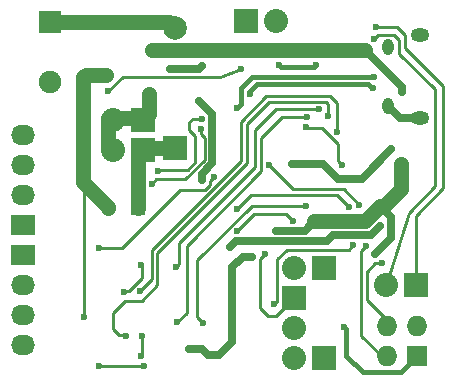
<source format=gbr>
G04 #@! TF.FileFunction,Copper,L2,Bot,Signal*
%FSLAX46Y46*%
G04 Gerber Fmt 4.6, Leading zero omitted, Abs format (unit mm)*
G04 Created by KiCad (PCBNEW 4.0.4-stable) date 10/17/16 20:17:59*
%MOMM*%
%LPD*%
G01*
G04 APERTURE LIST*
%ADD10C,0.100000*%
%ADD11R,1.727200X1.727200*%
%ADD12O,1.727200X1.727200*%
%ADD13R,2.032000X2.032000*%
%ADD14O,2.032000X2.032000*%
%ADD15C,1.300000*%
%ADD16R,1.300000X1.300000*%
%ADD17C,1.998980*%
%ADD18R,1.998980X1.998980*%
%ADD19R,1.905000X1.905000*%
%ADD20C,1.905000*%
%ADD21R,2.032000X1.727200*%
%ADD22O,2.032000X1.727200*%
%ADD23O,0.950000X1.400000*%
%ADD24O,1.550000X1.200000*%
%ADD25C,0.600000*%
%ADD26C,0.250000*%
%ADD27C,0.635000*%
%ADD28C,1.270000*%
%ADD29C,0.400000*%
G04 APERTURE END LIST*
D10*
D11*
X113795000Y-124307600D03*
D12*
X111255000Y-124307600D03*
X113795000Y-121767600D03*
X111255000Y-121767600D03*
D13*
X103378000Y-119380000D03*
D14*
X103378000Y-121920000D03*
D13*
X113706100Y-118224300D03*
D14*
X111166100Y-118224300D03*
D15*
X87670000Y-111760000D03*
D16*
X90170000Y-111760000D03*
D17*
X93342460Y-96520000D03*
D18*
X93342460Y-106680000D03*
D19*
X82753200Y-95973900D03*
D20*
X82753200Y-101053900D03*
D13*
X105918000Y-124460000D03*
D14*
X103378000Y-124460000D03*
D21*
X80444800Y-113157000D03*
D22*
X80444800Y-110617000D03*
X80444800Y-108077000D03*
X80444800Y-105537000D03*
D13*
X105918000Y-116840000D03*
D14*
X103378000Y-116840000D03*
D21*
X80444800Y-115697000D03*
D22*
X80444800Y-118237000D03*
X80444800Y-120777000D03*
X80444800Y-123317000D03*
D13*
X90604800Y-106807000D03*
D14*
X88064800Y-106807000D03*
D13*
X90604800Y-104267000D03*
D14*
X88064800Y-104267000D03*
D13*
X99339400Y-95935800D03*
D14*
X101879400Y-95935800D03*
D23*
X111340460Y-103110300D03*
X111340460Y-98110300D03*
D24*
X114040460Y-104110300D03*
X114040460Y-97110300D03*
D25*
X100965000Y-115620800D03*
X112588500Y-101955600D03*
X91328700Y-98298000D03*
X110670800Y-113271300D03*
X98008900Y-115062000D03*
X87503000Y-100457000D03*
X110248700Y-115646200D03*
X108054600Y-109296200D03*
X103261620Y-108000800D03*
X105123440Y-112872520D03*
X101886498Y-113662460D03*
X105283000Y-99631500D03*
X102108000Y-99631500D03*
X94488000Y-123698000D03*
X99822000Y-115887500D03*
X85623400Y-120980200D03*
X85572600Y-105791000D03*
X112464800Y-107982000D03*
X111623300Y-106781600D03*
X87691420Y-101833680D03*
X98918220Y-99969320D03*
X104455420Y-104861360D03*
X107462780Y-108071920D03*
X103342900Y-112852200D03*
X98542300Y-113715800D03*
X107020820Y-105272840D03*
X90376200Y-118778020D03*
X106304540Y-103946960D03*
X89202720Y-122577860D03*
X105524760Y-103398320D03*
X93401340Y-116707920D03*
X104518920Y-104061260D03*
X93508020Y-121406920D03*
X99685300Y-102095300D03*
X110061200Y-101574600D03*
X110200900Y-100622100D03*
X98580400Y-103251000D03*
X95580200Y-104190800D03*
X91871800Y-108635800D03*
X95529400Y-105079800D03*
X91389200Y-109677200D03*
X86871000Y-115087400D03*
X96599200Y-109143800D03*
X98577400Y-111785400D03*
X108051600Y-111683800D03*
X109474000Y-114960400D03*
X101295200Y-108102400D03*
X108940600Y-111506000D03*
X110820200Y-116408200D03*
X104397000Y-111544100D03*
X95697500Y-121462800D03*
X108407200Y-114884200D03*
X101727000Y-119888000D03*
X110378700Y-96428560D03*
X110134860Y-97434400D03*
X90500200Y-122605800D03*
X90474800Y-124256800D03*
X88976200Y-118872000D03*
X90449400Y-116586000D03*
X90678000Y-125095000D03*
X86918800Y-125120400D03*
X95583200Y-109347000D03*
X95380000Y-102717600D03*
X107632500Y-121793000D03*
X91122500Y-102108000D03*
X92900500Y-99949000D03*
X95631000Y-99695000D03*
D26*
X101854000Y-120904000D02*
X103378000Y-119380000D01*
X101219000Y-120904000D02*
X101854000Y-120904000D01*
X100558600Y-120243600D02*
X101219000Y-120904000D01*
X100558600Y-116027200D02*
X100558600Y-120243600D01*
X100965000Y-115620800D02*
X100558600Y-116027200D01*
D27*
X112588500Y-101523800D02*
X112588500Y-101955600D01*
X109438900Y-98374200D02*
X112588500Y-101523800D01*
D28*
X91404900Y-98374200D02*
X109438900Y-98374200D01*
D27*
X91328700Y-98298000D02*
X91404900Y-98374200D01*
X109896100Y-114046000D02*
X110670800Y-113271300D01*
X106721100Y-114046000D02*
X109896100Y-114046000D01*
X106213100Y-114554000D02*
X106721100Y-114046000D01*
X98516900Y-114554000D02*
X106213100Y-114554000D01*
X98008900Y-115062000D02*
X98516900Y-114554000D01*
D28*
X85572600Y-105791000D02*
X85572600Y-100672900D01*
X85788500Y-100457000D02*
X87503000Y-100457000D01*
X85572600Y-100672900D02*
X85788500Y-100457000D01*
X87670000Y-111760000D02*
X87670000Y-111673000D01*
X87670000Y-111673000D02*
X85572600Y-109575600D01*
X85572600Y-109575600D02*
X85572600Y-105791000D01*
D27*
X110248700Y-115646200D02*
X111633000Y-114261900D01*
X111633000Y-114261900D02*
X111633000Y-112525200D01*
X111633000Y-112525200D02*
X110689800Y-111582000D01*
D26*
X111633000Y-114261900D02*
X111633000Y-112525200D01*
X111633000Y-112525200D02*
X110689800Y-111582000D01*
X108054600Y-109296200D02*
X108054600Y-109258100D01*
X108054600Y-109258100D02*
X108054600Y-109296200D01*
X108054600Y-109296200D02*
X108054600Y-109258100D01*
D27*
X103261620Y-108000800D02*
X103289560Y-107972860D01*
X103289560Y-107972860D02*
X105860040Y-107972860D01*
X105860040Y-107972860D02*
X107145280Y-109258100D01*
D28*
X105123440Y-112872520D02*
X109399280Y-112872520D01*
X109399280Y-112872520D02*
X110689800Y-111582000D01*
X110689800Y-111582000D02*
X111014800Y-111582000D01*
X111014800Y-111582000D02*
X112464800Y-110132000D01*
X112464800Y-110132000D02*
X112464800Y-107982000D01*
D27*
X104300480Y-113695480D02*
X105123440Y-112872520D01*
X101919518Y-113695480D02*
X104300480Y-113695480D01*
X101886498Y-113662460D02*
X101919518Y-113695480D01*
D29*
X105283000Y-99631500D02*
X105092500Y-99822000D01*
X105092500Y-99822000D02*
X102298500Y-99822000D01*
X102298500Y-99822000D02*
X102108000Y-99631500D01*
D27*
X95631000Y-123698000D02*
X94488000Y-123698000D01*
X96139000Y-124206000D02*
X95631000Y-123698000D01*
X97028000Y-124206000D02*
X96139000Y-124206000D01*
X98171000Y-123063000D02*
X97028000Y-124206000D01*
X98171000Y-116713000D02*
X98171000Y-123063000D01*
X99060000Y-115887500D02*
X98171000Y-116713000D01*
X99822000Y-115887500D02*
X99060000Y-115887500D01*
D26*
X85623400Y-105841800D02*
X85623400Y-120980200D01*
X85572600Y-105791000D02*
X85623400Y-105841800D01*
D27*
X107145280Y-109258100D02*
X108054600Y-109258100D01*
X108054600Y-109258100D02*
X109146800Y-109258100D01*
X109146800Y-109258100D02*
X111623300Y-106781600D01*
X114040460Y-104110300D02*
X112340460Y-104110300D01*
X112340460Y-104110300D02*
X111340460Y-103110300D01*
D28*
X90170000Y-106680000D02*
X93342460Y-106680000D01*
X90170000Y-111760000D02*
X90170000Y-106680000D01*
X82753200Y-95973900D02*
X92796360Y-95973900D01*
X92796360Y-95973900D02*
X93342460Y-96520000D01*
D26*
X87691420Y-101833680D02*
X88910620Y-100614480D01*
X88910620Y-100614480D02*
X93726460Y-100614480D01*
X93726460Y-100614480D02*
X97155000Y-100647500D01*
X97155000Y-100647500D02*
X98918220Y-99969320D01*
X104455420Y-104861360D02*
X104557020Y-104962960D01*
X104557020Y-104962960D02*
X105796540Y-104962960D01*
X105796540Y-104962960D02*
X107157980Y-106324400D01*
X107157980Y-106324400D02*
X107157980Y-107767120D01*
X107157980Y-107767120D02*
X107462780Y-108071920D01*
X102733300Y-112242600D02*
X103342900Y-112852200D01*
X100015500Y-112242600D02*
X102733300Y-112242600D01*
X98542300Y-113715800D02*
X100015500Y-112242600D01*
X107020820Y-102816660D02*
X107020820Y-105272840D01*
X106477260Y-102273100D02*
X107020820Y-102816660D01*
X101067060Y-102273100D02*
X106477260Y-102273100D01*
X98895360Y-104444800D02*
X101067060Y-102273100D01*
X98895360Y-107759500D02*
X98895360Y-104444800D01*
X91389660Y-115265200D02*
X98895360Y-107759500D01*
X91389660Y-117764560D02*
X91389660Y-115265200D01*
X90376200Y-118778020D02*
X91389660Y-117764560D01*
X106304540Y-102971600D02*
X106304540Y-103946960D01*
X106081020Y-102748080D02*
X106304540Y-102971600D01*
X101305820Y-102748080D02*
X106081020Y-102748080D01*
X99444000Y-104609900D02*
X101305820Y-102748080D01*
X99444000Y-107950000D02*
X99444000Y-104609900D01*
X91839662Y-115554338D02*
X99444000Y-107950000D01*
X91839662Y-118259438D02*
X91839662Y-115554338D01*
X90493040Y-119606060D02*
X91839662Y-118259438D01*
X89065560Y-119606060D02*
X90493040Y-119606060D01*
X88059720Y-120611900D02*
X89065560Y-119606060D01*
X88059720Y-121983500D02*
X88059720Y-120611900D01*
X88595660Y-122519440D02*
X88059720Y-121983500D01*
X89144300Y-122519440D02*
X88595660Y-122519440D01*
X89202720Y-122577860D02*
X89144300Y-122519440D01*
X101846840Y-103398320D02*
X105524760Y-103398320D01*
X100076460Y-105168700D02*
X101846840Y-103398320D01*
X100076460Y-108280200D02*
X100076460Y-105168700D01*
X93624860Y-114731800D02*
X100076460Y-108280200D01*
X93624860Y-116484400D02*
X93624860Y-114731800D01*
X93401340Y-116707920D02*
X93624860Y-116484400D01*
X102395480Y-104061260D02*
X104518920Y-104061260D01*
X100647960Y-105808780D02*
X102395480Y-104061260D01*
X100647960Y-108597700D02*
X100647960Y-105808780D01*
X94323360Y-114922300D02*
X100647960Y-108597700D01*
X94323360Y-120591580D02*
X94323360Y-114922300D01*
X93508020Y-121406920D02*
X94323360Y-120591580D01*
D29*
X99685300Y-101831702D02*
X99685300Y-102095300D01*
X100294900Y-101222102D02*
X99685300Y-101831702D01*
X109708702Y-101222102D02*
X100294900Y-101222102D01*
X110061200Y-101574600D02*
X109708702Y-101222102D01*
X99863100Y-100622100D02*
X110200900Y-100622100D01*
X98885200Y-101600000D02*
X99863100Y-100622100D01*
X98885200Y-102946200D02*
X98885200Y-101600000D01*
X98580400Y-103251000D02*
X98885200Y-102946200D01*
D26*
X94818200Y-104190800D02*
X95580200Y-104190800D01*
X94513400Y-104495600D02*
X94818200Y-104190800D01*
X94513400Y-105130600D02*
X94513400Y-104495600D01*
X95046800Y-105664000D02*
X94513400Y-105130600D01*
X95046800Y-107830366D02*
X95046800Y-105664000D01*
X94393766Y-108483400D02*
X95046800Y-107830366D01*
X92024200Y-108483400D02*
X94393766Y-108483400D01*
X91871800Y-108635800D02*
X92024200Y-108483400D01*
X95529400Y-105511600D02*
X95529400Y-105079800D01*
X95829698Y-105811898D02*
X95529400Y-105511600D01*
X95829698Y-107683866D02*
X95829698Y-105811898D01*
X94191964Y-109321600D02*
X95829698Y-107683866D01*
X91744800Y-109321600D02*
X94191964Y-109321600D01*
X91389200Y-109677200D02*
X91744800Y-109321600D01*
X88877600Y-115087400D02*
X86871000Y-115087400D01*
X93779800Y-110185200D02*
X88877600Y-115087400D01*
X95833262Y-110185200D02*
X93779800Y-110185200D01*
X96254331Y-109764131D02*
X95833262Y-110185200D01*
X96254331Y-109488669D02*
X96254331Y-109764131D01*
X96599200Y-109143800D02*
X96254331Y-109488669D01*
X111255000Y-124307600D02*
X110845600Y-124307600D01*
X110845600Y-124307600D02*
X109093000Y-122555000D01*
X99720400Y-110642400D02*
X98577400Y-111785400D01*
X107010200Y-110642400D02*
X99720400Y-110642400D01*
X108051600Y-111683800D02*
X107010200Y-110642400D01*
X109093000Y-115341400D02*
X109474000Y-114960400D01*
X109093000Y-122555000D02*
X109093000Y-115341400D01*
X111255000Y-124307600D02*
X110865400Y-124307600D01*
X111255000Y-121767600D02*
X111255000Y-121237200D01*
X111255000Y-121237200D02*
X109550200Y-119532400D01*
X103352600Y-110159800D02*
X101295200Y-108102400D01*
X107594400Y-110159800D02*
X103352600Y-110159800D01*
X108940600Y-111506000D02*
X107594400Y-110159800D01*
X110261400Y-116408200D02*
X110820200Y-116408200D01*
X109550200Y-117119400D02*
X110261400Y-116408200D01*
X109550200Y-119532400D02*
X109550200Y-117119400D01*
X99825000Y-111544100D02*
X104397000Y-111544100D01*
X95189500Y-116179600D02*
X99825000Y-111544100D01*
X95189500Y-120954800D02*
X95189500Y-116179600D01*
X95697500Y-121462800D02*
X95189500Y-120954800D01*
X108026200Y-115265200D02*
X108407200Y-114884200D01*
X102768400Y-115265200D02*
X108026200Y-115265200D01*
X101955600Y-116078000D02*
X102768400Y-115265200D01*
X101955600Y-119659400D02*
X101955600Y-116078000D01*
X101727000Y-119888000D02*
X101955600Y-119659400D01*
X113706100Y-118224300D02*
X113706100Y-112379760D01*
X112116060Y-96428560D02*
X110378700Y-96428560D01*
X112764182Y-97076682D02*
X112116060Y-96428560D01*
X112764182Y-98204442D02*
X112764182Y-97076682D01*
X116002260Y-101442520D02*
X112764182Y-98204442D01*
X116002260Y-110083600D02*
X116002260Y-101442520D01*
X113706100Y-112379760D02*
X116002260Y-110083600D01*
X111166100Y-118224300D02*
X113134600Y-112141000D01*
X110515860Y-97053400D02*
X110134860Y-97434400D01*
X111872220Y-97053400D02*
X110515860Y-97053400D01*
X112314180Y-97495360D02*
X111872220Y-97053400D01*
X112314180Y-98668840D02*
X112314180Y-97495360D01*
X115346940Y-101701600D02*
X112314180Y-98668840D01*
X115346940Y-109885480D02*
X115346940Y-101701600D01*
X113134600Y-112141000D02*
X115346940Y-109885480D01*
X90500200Y-124231400D02*
X90500200Y-122605800D01*
X90474800Y-124256800D02*
X90500200Y-124231400D01*
X89103200Y-118745000D02*
X88976200Y-118872000D01*
X89433400Y-118745000D02*
X89103200Y-118745000D01*
X90525600Y-117652800D02*
X89433400Y-118745000D01*
X90525600Y-116662200D02*
X90525600Y-117652800D01*
X90449400Y-116586000D02*
X90525600Y-116662200D01*
X86944200Y-125095000D02*
X90678000Y-125095000D01*
X86918800Y-125120400D02*
X86944200Y-125095000D01*
D27*
X95583200Y-108839000D02*
X95583200Y-109347000D01*
X96472200Y-107950000D02*
X95583200Y-108839000D01*
X96472200Y-103809800D02*
X96472200Y-107950000D01*
X95380000Y-102717600D02*
X96472200Y-103809800D01*
D29*
X107632500Y-121793000D02*
X107823000Y-121983500D01*
X107823000Y-121983500D02*
X107823000Y-124269500D01*
X107823000Y-124269500D02*
X109220000Y-125666500D01*
X109220000Y-125666500D02*
X112436100Y-125666500D01*
X112436100Y-125666500D02*
X113795000Y-124307600D01*
X113795000Y-124307600D02*
X114049000Y-124307600D01*
D27*
X92900500Y-99949000D02*
X95377000Y-99949000D01*
X95377000Y-99949000D02*
X95631000Y-99695000D01*
D28*
X91122500Y-102108000D02*
X91122500Y-103749300D01*
X91122500Y-103749300D02*
X90604800Y-104267000D01*
D26*
X91186000Y-102171500D02*
X91186000Y-103685800D01*
X91122500Y-102108000D02*
X91186000Y-102171500D01*
X95631000Y-99695000D02*
X95377000Y-99949000D01*
X91186000Y-103685800D02*
X90604800Y-104267000D01*
D28*
X87630000Y-104140000D02*
X90170000Y-104140000D01*
X87630000Y-106680000D02*
X87630000Y-104140000D01*
X87670000Y-106720000D02*
X87630000Y-106680000D01*
M02*

</source>
